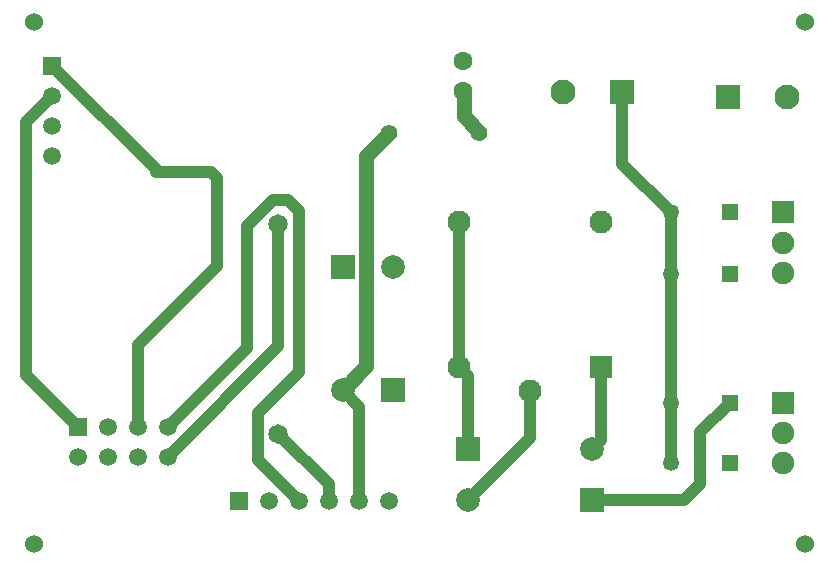
<source format=gbr>
%TF.GenerationSoftware,Altium Limited,Altium Designer,21.0.9 (235)*%
G04 Layer_Physical_Order=1*
G04 Layer_Color=255*
%FSLAX45Y45*%
%MOMM*%
%TF.SameCoordinates,CD0AAE9F-0E9C-42BF-811C-419C72380B22*%
%TF.FilePolarity,Positive*%
%TF.FileFunction,Copper,L1,Top,Signal*%
%TF.Part,Single*%
G01*
G75*
%TA.AperFunction,Conductor*%
%ADD10C,1.01600*%
%ADD11C,1.27000*%
%TA.AperFunction,ComponentPad*%
%ADD12R,1.50000X1.50000*%
%ADD13C,1.50000*%
%ADD14R,1.50000X1.50000*%
%ADD15C,2.10000*%
%ADD16R,2.10000X2.10000*%
%TA.AperFunction,WasherPad*%
%ADD17C,1.52400*%
%TA.AperFunction,ComponentPad*%
%ADD18C,2.00000*%
%ADD19R,2.00000X2.00000*%
%ADD20C,1.65000*%
%ADD21R,2.00000X2.00000*%
%ADD22C,1.95000*%
%ADD23R,1.95000X1.95000*%
%ADD24C,1.40000*%
%ADD25C,1.60000*%
%ADD26C,1.35000*%
%ADD27R,1.35000X1.35000*%
%ADD28R,1.91000X1.91000*%
%ADD29C,1.91000*%
D10*
X1260308Y3390432D02*
Y3413295D01*
X381000Y4292603D02*
X1260308Y3413295D01*
X160395Y3817998D02*
X381000Y4038603D01*
X1778195Y2594709D02*
Y3338356D01*
X1260308Y3390432D02*
X1726119D01*
X1107295Y1235532D02*
Y1923809D01*
X1778195Y2594709D01*
X1726119Y3390432D02*
X1778195Y3338356D01*
X160395Y1674432D02*
Y3817998D01*
Y1674432D02*
X599295Y1235532D01*
X2029315Y2937332D02*
X2250295Y3158312D01*
X2029315Y1903552D02*
Y2937332D01*
X1361295Y1235532D02*
X2029315Y1903552D01*
X1361295Y981532D02*
X2298555Y1918792D01*
Y2955534D01*
X2981434Y602772D02*
Y1404214D01*
X2842115Y1543533D02*
X2981434Y1404214D01*
X3908077Y1045032D02*
Y1661571D01*
X3831074Y1738574D02*
X3908077Y1661571D01*
X2298555Y1177534D02*
X2727434Y748655D01*
Y602772D02*
Y748655D01*
X5211554Y3457331D02*
Y4073251D01*
Y3457331D02*
X5619793Y3049092D01*
X5031077Y1122035D02*
Y1738574D01*
X4954074Y1045032D02*
X5031077Y1122035D01*
X2250295Y3158312D02*
X2377295D01*
X2471275Y3064332D01*
Y1695272D02*
Y3064332D01*
X2125835Y1349832D02*
X2471275Y1695272D01*
X2125835Y950371D02*
Y1349832D01*
Y950371D02*
X2473434Y602772D01*
X4954074Y615772D02*
X5732635D01*
X5869795Y752932D01*
Y1188730D01*
X6119797Y1438732D01*
X3908077Y615772D02*
X4431073Y1138768D01*
Y1538575D01*
X3831074Y1738574D02*
Y2968574D01*
X5619793Y2530932D02*
Y3049092D01*
Y1438732D02*
Y2530932D01*
Y928736D02*
Y1438732D01*
D11*
X3043715Y1748211D02*
Y3530062D01*
X2842115Y1546611D02*
X3043715Y1748211D01*
Y3530062D02*
X3238386Y3724732D01*
X2842115Y1543533D02*
Y1546611D01*
X3865887Y3862748D02*
X4000386Y3728250D01*
Y3724732D02*
Y3728250D01*
X3859573Y4076253D02*
X3865887Y4069939D01*
Y3862748D02*
Y4069939D01*
D12*
X381000Y4292603D02*
D03*
D13*
Y4038603D02*
D03*
Y3784603D02*
D03*
Y3530603D02*
D03*
X1361295Y981532D02*
D03*
X1107295D02*
D03*
X853295D02*
D03*
X599295D02*
D03*
X853295Y1235532D02*
D03*
X1107295D02*
D03*
X1361295D02*
D03*
X2219434Y602772D02*
D03*
X2473434D02*
D03*
X2727434D02*
D03*
X2981434D02*
D03*
X3235434D02*
D03*
D14*
X599295Y1235532D02*
D03*
X1965434Y602772D02*
D03*
D15*
X6603474Y4023253D02*
D03*
X4711555Y4073251D02*
D03*
D16*
X6103475Y4023253D02*
D03*
X5211554Y4073251D02*
D03*
D17*
X230614Y4658253D02*
D03*
Y238025D02*
D03*
X6755874D02*
D03*
Y4658253D02*
D03*
D18*
X3908077Y615772D02*
D03*
X4954074Y1045032D02*
D03*
X2842115Y1543533D02*
D03*
X3268835Y2589530D02*
D03*
D19*
X4954074Y615772D02*
D03*
X3908077Y1045032D02*
D03*
D20*
X2298555Y2955534D02*
D03*
Y1177534D02*
D03*
D21*
X2842115Y2589530D02*
D03*
X3268835Y1543533D02*
D03*
D22*
X4431073Y1538575D02*
D03*
X3831074Y1738574D02*
D03*
Y2968574D02*
D03*
X5031077D02*
D03*
D23*
Y1738574D02*
D03*
D24*
X3238386Y3724732D02*
D03*
X4000386D02*
D03*
D25*
X3859573Y4076253D02*
D03*
Y4330253D02*
D03*
D26*
X5619793Y928736D02*
D03*
Y1438732D02*
D03*
Y3049092D02*
D03*
Y2530932D02*
D03*
D27*
X6119797Y928731D02*
D03*
Y1438732D02*
D03*
Y3049092D02*
D03*
Y2530932D02*
D03*
D28*
X6567477Y1438732D02*
D03*
Y3049092D02*
D03*
D29*
Y1183731D02*
D03*
Y928731D02*
D03*
Y2794091D02*
D03*
Y2539091D02*
D03*
%TF.MD5,a3d8e2474a4366cf21f9f3c26c5d8db2*%
M02*

</source>
